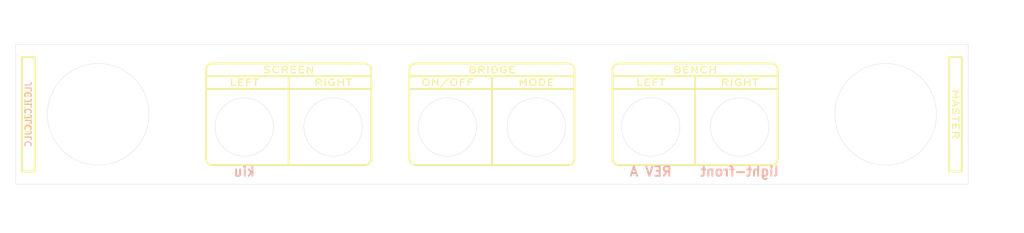
<source format=kicad_pcb>
(kicad_pcb (version 20221018) (generator pcbnew)
  (layers (0 "F.Cu" signal) (31 "B.Cu" signal) (34 "B.Paste" user) (35 "F.Paste" user) (36 "B.SilkS" user "B.Silkscreen") (37 "F.SilkS" user "F.Silkscreen") (38 "B.Mask" user) (39 "F.Mask" user) (44 "Edge.Cuts" user))
  (net 0 "")
  (footprint "Mounting_Holes:MountingHole_3.2mm_M3_DIN965" (layer "F.Cu") (at 86 97)
    (fp_text reference "REF**" hide)
    (fp_text value "M3")
    (pad "" np_thru_hole circle (at 0 0) (size 3.2 3.2) (drill 3.2) (layers "*.Cu" "*.Mask"))
  )
  (footprint "Mounting_Holes:MountingHole_3.2mm_M3_DIN965" (layer "F.Cu") (at 184 97)
    (fp_text reference "REF**" hide)
    (fp_text value "M3")
    (pad "" np_thru_hole circle (at 0 0) (size 3.2 3.2) (drill 3.2) (layers "*.Cu" "*.Mask"))
  )
  (footprint "Mounting_Holes:MountingHole_3.2mm_M3_DIN965" (layer "F.Cu") (at 184 85)
    (fp_text reference "REF**" hide)
    (fp_text value "M3")
    (pad "" np_thru_hole circle (at 0 0) (size 3.2 3.2) (drill 3.2) (layers "*.Cu" "*.Mask"))
  )
  (footprint "Mounting_Holes:MountingHole_3.2mm_M3_DIN965" (layer "F.Cu") (at 86 85)
    (fp_text reference "REF**" hide)
    (fp_text value "M3")
    (pad "" np_thru_hole circle (at 0 0) (size 3.2 3.2) (drill 3.2) (layers "*.Cu" "*.Mask"))
  )
  (gr_line (start 103 85) (end 103 99) (stroke (width 0.3)) (layer "F.SilkS"))
  (gr_line (start 90 85) (end 116 85) (stroke (width 0.3)) (layer "F.SilkS"))
  (gr_line (start 122 98) (end 122 87) (stroke (width 0.3)) (layer "F.SilkS"))
  (gr_line (start 154 85) (end 180 85) (stroke (width 0.3)) (layer "F.SilkS"))
  (gr_line (start 135 85) (end 135 99) (stroke (width 0.3)) (layer "F.SilkS"))
  (gr_line (start 135 99) (end 123 99) (stroke (width 0.3)) (layer "F.SilkS"))
  (gr_line (start 63 82) (end 61 82) (stroke (width 0.3)) (layer "F.SilkS"))
  (gr_line (start 122 87) (end 148 87) (stroke (width 0.3)) (layer "F.SilkS"))
  (gr_line (start 179 83) (end 155 83) (stroke (width 0.3)) (layer "F.SilkS"))
  (gr_line (start 154 84) (end 154 87) (stroke (width 0.3)) (layer "F.SilkS"))
  (gr_line (start 154 87) (end 180 87) (stroke (width 0.3)) (layer "F.SilkS"))
  (gr_line (start 148 98) (end 148 87) (stroke (width 0.3)) (layer "F.SilkS"))
  (gr_line (start 135 99) (end 147 99) (stroke (width 0.3)) (layer "F.SilkS"))
  (gr_line (start 180 87) (end 180 84) (stroke (width 0.3)) (layer "F.SilkS"))
  (gr_line (start 167 85) (end 167 99) (stroke (width 0.3)) (layer "F.SilkS"))
  (gr_line (start 122 85) (end 148 85) (stroke (width 0.3)) (layer "F.SilkS"))
  (gr_line (start 90 87) (end 116 87) (stroke (width 0.3)) (layer "F.SilkS"))
  (gr_line (start 63 100) (end 61 100) (stroke (width 0.3)) (layer "F.SilkS"))
  (gr_line (start 61 82) (end 61 100) (stroke (width 0.3)) (layer "F.SilkS"))
  (gr_line (start 63 100) (end 63 82) (stroke (width 0.3)) (layer "F.SilkS"))
  (gr_line (start 209 82) (end 207 82) (stroke (width 0.3)) (layer "F.SilkS"))
  (gr_line (start 209 100) (end 209 82) (stroke (width 0.3)) (layer "F.SilkS"))
  (gr_line (start 207 82) (end 207 100) (stroke (width 0.3)) (layer "F.SilkS"))
  (gr_line (start 209 100) (end 207 100) (stroke (width 0.3)) (layer "F.SilkS"))
  (gr_line (start 167 99) (end 155 99) (stroke (width 0.3)) (layer "F.SilkS"))
  (gr_arc (start 180 98) (mid 179.707107 98.707107) (end 179 99) (stroke (width 0.3)) (layer "F.SilkS"))
  (gr_arc (start 155 99) (mid 154.292893 98.707107) (end 154 98) (stroke (width 0.3)) (layer "F.SilkS"))
  (gr_line (start 180 98) (end 180 87) (stroke (width 0.3)) (layer "F.SilkS"))
  (gr_line (start 167 99) (end 179 99) (stroke (width 0.3)) (layer "F.SilkS"))
  (gr_line (start 154 98) (end 154 87) (stroke (width 0.3)) (layer "F.SilkS"))
  (gr_line (start 147 83) (end 123 83) (stroke (width 0.3)) (layer "F.SilkS"))
  (gr_line (start 122 84) (end 122 87) (stroke (width 0.3)) (layer "F.SilkS"))
  (gr_line (start 148 87) (end 148 84) (stroke (width 0.3)) (layer "F.SilkS"))
  (gr_arc (start 122 84) (mid 122.292893 83.292893) (end 123 83) (stroke (width 0.3)) (layer "F.SilkS"))
  (gr_arc (start 147 83) (mid 147.707107 83.292893) (end 148 84) (stroke (width 0.3)) (layer "F.SilkS"))
  (gr_arc (start 90 84) (mid 90.292893 83.292893) (end 91 83) (stroke (width 0.3)) (layer "F.SilkS"))
  (gr_line (start 115 83) (end 91 83) (stroke (width 0.3)) (layer "F.SilkS"))
  (gr_line (start 90 84) (end 90 87) (stroke (width 0.3)) (layer "F.SilkS"))
  (gr_line (start 116 87) (end 116 84) (stroke (width 0.3)) (layer "F.SilkS"))
  (gr_arc (start 115 83) (mid 115.707107 83.292893) (end 116 84) (stroke (width 0.3)) (layer "F.SilkS"))
  (gr_line (start 103 99) (end 91 99) (stroke (width 0.3)) (layer "F.SilkS"))
  (gr_arc (start 116 98) (mid 115.707107 98.707107) (end 115 99) (stroke (width 0.3)) (layer "F.SilkS"))
  (gr_arc (start 91 99) (mid 90.292893 98.707107) (end 90 98) (stroke (width 0.3)) (layer "F.SilkS"))
  (gr_line (start 116 98) (end 116 87) (stroke (width 0.3)) (layer "F.SilkS"))
  (gr_line (start 103 99) (end 115 99) (stroke (width 0.3)) (layer "F.SilkS"))
  (gr_line (start 90 98) (end 90 87) (stroke (width 0.3)) (layer "F.SilkS"))
  (gr_arc (start 154 84) (mid 154.292893 83.292893) (end 155 83) (stroke (width 0.3)) (layer "F.SilkS"))
  (gr_arc (start 148 98) (mid 147.707107 98.707107) (end 147 99) (stroke (width 0.3)) (layer "F.SilkS"))
  (gr_arc (start 123 99) (mid 122.292893 98.707107) (end 122 98) (stroke (width 0.3)) (layer "F.SilkS"))
  (gr_arc (start 179 83) (mid 179.707107 83.292893) (end 180 84) (stroke (width 0.3)) (layer "F.SilkS"))
  (gr_circle (center 96 93) (end 100.6 93) (stroke (width 0.05)) (fill none) (layer "Edge.Cuts"))
  (gr_circle (center 110 93) (end 114.6 93) (stroke (width 0.05)) (fill none) (layer "Edge.Cuts"))
  (gr_circle (center 160 93) (end 164.6 93) (stroke (width 0.05)) (fill none) (layer "Edge.Cuts"))
  (gr_circle (center 142 93) (end 146.6 93) (stroke (width 0.05)) (fill none) (layer "Edge.Cuts"))
  (gr_circle (center 174 93) (end 178.6 93) (stroke (width 0.05)) (fill none) (layer "Edge.Cuts"))
  (gr_circle (center 128 93) (end 132.6 93) (stroke (width 0.05)) (fill none) (layer "Edge.Cuts"))
  (gr_circle (center 73 91) (end 73 83) (stroke (width 0.05)) (fill none) (layer "Edge.Cuts"))
  (gr_circle (center 197 91) (end 197 83) (stroke (width 0.05)) (fill none) (layer "Edge.Cuts"))
  (gr_line (start 210 102) (end 60 102) (stroke (width 0.05)) (layer "Edge.Cuts"))
  (gr_line (start 210 102) (end 210 80) (stroke (width 0.05)) (layer "Edge.Cuts"))
  (gr_line (start 60 80) (end 60 102) (stroke (width 0.05)) (layer "Edge.Cuts"))
  (gr_line (start 60 80) (end 210 80) (stroke (width 0.05)) (layer "Edge.Cuts"))
  (gr_text "kiu" (at 96 100) (layer "B.SilkS") (effects (font (size 1.5 1.5) (thickness 0.3)) (justify mirror)))
  (gr_text "REV A" (at 160 100) (layer "B.SilkS") (effects (font (size 1.5 1.5) (thickness 0.3)) (justify mirror)))
  (gr_text "light-front" (at 174 100) (layer "B.SilkS") (effects (font (size 1.5 1.5) (thickness 0.3)) (justify mirror)))
  (gr_text "JLCJLCJLCJLC" (at 62 91 90) (layer "B.SilkS") (effects (font (size 1 1)) (justify mirror)))
  (gr_text "RIGHT" (at 110 86) (layer "F.SilkS") (effects (font (size 1 1.4) (thickness 0.2))))
  (gr_text "SCREEN" (at 103 84) (layer "F.SilkS") (effects (font (size 1 1.4) (thickness 0.2))))
  (gr_text "LEFT" (at 96 86) (layer "F.SilkS") (effects (font (size 1 1.4) (thickness 0.2))))
  (gr_text "BENCH" (at 167 84) (layer "F.SilkS") (effects (font (size 1 1.4) (thickness 0.2))))
  (gr_text "LEFT" (at 160 86) (layer "F.SilkS") (effects (font (size 1 1.4) (thickness 0.2))))
  (gr_text "RIGHT" (at 174 86) (layer "F.SilkS") (effects (font (size 1 1.4) (thickness 0.2))))
  (gr_text "MODE" (at 142 86) (layer "F.SilkS") (effects (font (size 1 1.4) (thickness 0.2))))
  (gr_text "BRIDGE" (at 135 84) (layer "F.SilkS") (effects (font (size 1 1.4) (thickness 0.2))))
  (gr_text "ON/OFF" (at 128 86) (layer "F.SilkS") (effects (font (size 1 1.4) (thickness 0.2))))
  (gr_text "MASTER" (at 62 91 90) (layer "F.SilkS") (effects (font (size 1 1.4) (thickness 0.2))))
  (gr_text "MASTER" (at 208 91 270) (layer "F.SilkS") (effects (font (size 1 1.4) (thickness 0.2))))
)
</source>
